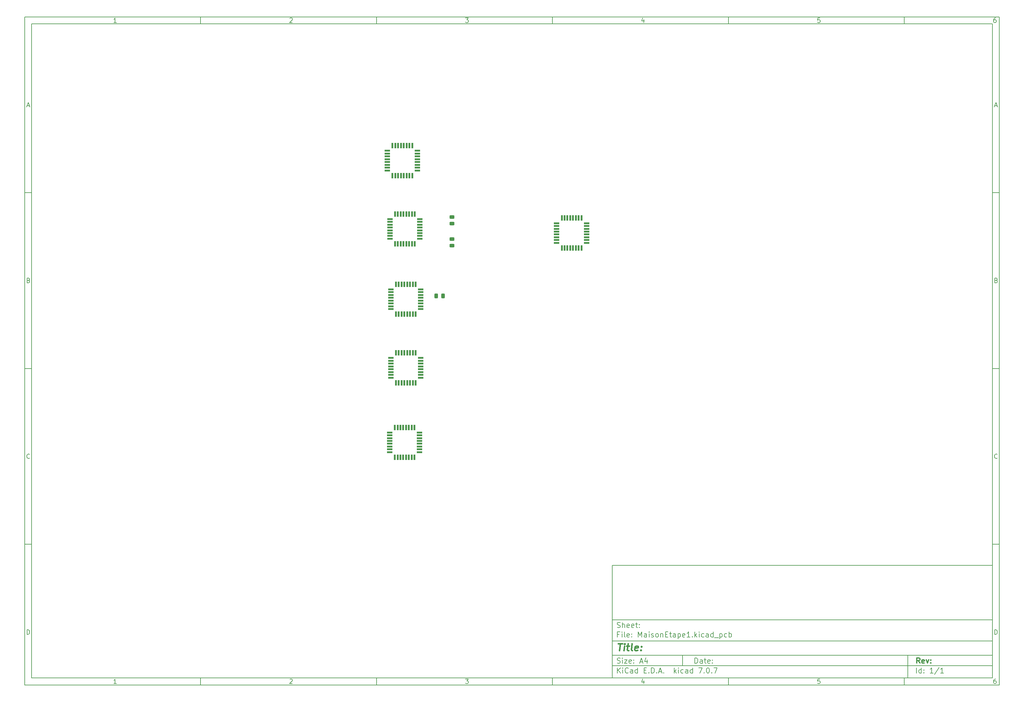
<source format=gtp>
%TF.GenerationSoftware,KiCad,Pcbnew,7.0.7*%
%TF.CreationDate,2023-11-05T18:49:28-05:00*%
%TF.ProjectId,MaisonEtape1,4d616973-6f6e-4457-9461-7065312e6b69,rev?*%
%TF.SameCoordinates,Original*%
%TF.FileFunction,Paste,Top*%
%TF.FilePolarity,Positive*%
%FSLAX46Y46*%
G04 Gerber Fmt 4.6, Leading zero omitted, Abs format (unit mm)*
G04 Created by KiCad (PCBNEW 7.0.7) date 2023-11-05 18:49:28*
%MOMM*%
%LPD*%
G01*
G04 APERTURE LIST*
G04 Aperture macros list*
%AMRoundRect*
0 Rectangle with rounded corners*
0 $1 Rounding radius*
0 $2 $3 $4 $5 $6 $7 $8 $9 X,Y pos of 4 corners*
0 Add a 4 corners polygon primitive as box body*
4,1,4,$2,$3,$4,$5,$6,$7,$8,$9,$2,$3,0*
0 Add four circle primitives for the rounded corners*
1,1,$1+$1,$2,$3*
1,1,$1+$1,$4,$5*
1,1,$1+$1,$6,$7*
1,1,$1+$1,$8,$9*
0 Add four rect primitives between the rounded corners*
20,1,$1+$1,$2,$3,$4,$5,0*
20,1,$1+$1,$4,$5,$6,$7,0*
20,1,$1+$1,$6,$7,$8,$9,0*
20,1,$1+$1,$8,$9,$2,$3,0*%
G04 Aperture macros list end*
%ADD10C,0.100000*%
%ADD11C,0.150000*%
%ADD12C,0.300000*%
%ADD13C,0.400000*%
%ADD14RoundRect,0.243750X-0.456250X0.243750X-0.456250X-0.243750X0.456250X-0.243750X0.456250X0.243750X0*%
%ADD15R,0.550000X1.600000*%
%ADD16R,1.600000X0.550000*%
%ADD17RoundRect,0.243750X-0.243750X-0.456250X0.243750X-0.456250X0.243750X0.456250X-0.243750X0.456250X0*%
G04 APERTURE END LIST*
D10*
D11*
X177002200Y-166007200D02*
X285002200Y-166007200D01*
X285002200Y-198007200D01*
X177002200Y-198007200D01*
X177002200Y-166007200D01*
D10*
D11*
X10000000Y-10000000D02*
X287002200Y-10000000D01*
X287002200Y-200007200D01*
X10000000Y-200007200D01*
X10000000Y-10000000D01*
D10*
D11*
X12000000Y-12000000D02*
X285002200Y-12000000D01*
X285002200Y-198007200D01*
X12000000Y-198007200D01*
X12000000Y-12000000D01*
D10*
D11*
X60000000Y-12000000D02*
X60000000Y-10000000D01*
D10*
D11*
X110000000Y-12000000D02*
X110000000Y-10000000D01*
D10*
D11*
X160000000Y-12000000D02*
X160000000Y-10000000D01*
D10*
D11*
X210000000Y-12000000D02*
X210000000Y-10000000D01*
D10*
D11*
X260000000Y-12000000D02*
X260000000Y-10000000D01*
D10*
D11*
X36089160Y-11593604D02*
X35346303Y-11593604D01*
X35717731Y-11593604D02*
X35717731Y-10293604D01*
X35717731Y-10293604D02*
X35593922Y-10479319D01*
X35593922Y-10479319D02*
X35470112Y-10603128D01*
X35470112Y-10603128D02*
X35346303Y-10665033D01*
D10*
D11*
X85346303Y-10417414D02*
X85408207Y-10355509D01*
X85408207Y-10355509D02*
X85532017Y-10293604D01*
X85532017Y-10293604D02*
X85841541Y-10293604D01*
X85841541Y-10293604D02*
X85965350Y-10355509D01*
X85965350Y-10355509D02*
X86027255Y-10417414D01*
X86027255Y-10417414D02*
X86089160Y-10541223D01*
X86089160Y-10541223D02*
X86089160Y-10665033D01*
X86089160Y-10665033D02*
X86027255Y-10850747D01*
X86027255Y-10850747D02*
X85284398Y-11593604D01*
X85284398Y-11593604D02*
X86089160Y-11593604D01*
D10*
D11*
X135284398Y-10293604D02*
X136089160Y-10293604D01*
X136089160Y-10293604D02*
X135655826Y-10788842D01*
X135655826Y-10788842D02*
X135841541Y-10788842D01*
X135841541Y-10788842D02*
X135965350Y-10850747D01*
X135965350Y-10850747D02*
X136027255Y-10912652D01*
X136027255Y-10912652D02*
X136089160Y-11036461D01*
X136089160Y-11036461D02*
X136089160Y-11345985D01*
X136089160Y-11345985D02*
X136027255Y-11469795D01*
X136027255Y-11469795D02*
X135965350Y-11531700D01*
X135965350Y-11531700D02*
X135841541Y-11593604D01*
X135841541Y-11593604D02*
X135470112Y-11593604D01*
X135470112Y-11593604D02*
X135346303Y-11531700D01*
X135346303Y-11531700D02*
X135284398Y-11469795D01*
D10*
D11*
X185965350Y-10726938D02*
X185965350Y-11593604D01*
X185655826Y-10231700D02*
X185346303Y-11160271D01*
X185346303Y-11160271D02*
X186151064Y-11160271D01*
D10*
D11*
X236027255Y-10293604D02*
X235408207Y-10293604D01*
X235408207Y-10293604D02*
X235346303Y-10912652D01*
X235346303Y-10912652D02*
X235408207Y-10850747D01*
X235408207Y-10850747D02*
X235532017Y-10788842D01*
X235532017Y-10788842D02*
X235841541Y-10788842D01*
X235841541Y-10788842D02*
X235965350Y-10850747D01*
X235965350Y-10850747D02*
X236027255Y-10912652D01*
X236027255Y-10912652D02*
X236089160Y-11036461D01*
X236089160Y-11036461D02*
X236089160Y-11345985D01*
X236089160Y-11345985D02*
X236027255Y-11469795D01*
X236027255Y-11469795D02*
X235965350Y-11531700D01*
X235965350Y-11531700D02*
X235841541Y-11593604D01*
X235841541Y-11593604D02*
X235532017Y-11593604D01*
X235532017Y-11593604D02*
X235408207Y-11531700D01*
X235408207Y-11531700D02*
X235346303Y-11469795D01*
D10*
D11*
X285965350Y-10293604D02*
X285717731Y-10293604D01*
X285717731Y-10293604D02*
X285593922Y-10355509D01*
X285593922Y-10355509D02*
X285532017Y-10417414D01*
X285532017Y-10417414D02*
X285408207Y-10603128D01*
X285408207Y-10603128D02*
X285346303Y-10850747D01*
X285346303Y-10850747D02*
X285346303Y-11345985D01*
X285346303Y-11345985D02*
X285408207Y-11469795D01*
X285408207Y-11469795D02*
X285470112Y-11531700D01*
X285470112Y-11531700D02*
X285593922Y-11593604D01*
X285593922Y-11593604D02*
X285841541Y-11593604D01*
X285841541Y-11593604D02*
X285965350Y-11531700D01*
X285965350Y-11531700D02*
X286027255Y-11469795D01*
X286027255Y-11469795D02*
X286089160Y-11345985D01*
X286089160Y-11345985D02*
X286089160Y-11036461D01*
X286089160Y-11036461D02*
X286027255Y-10912652D01*
X286027255Y-10912652D02*
X285965350Y-10850747D01*
X285965350Y-10850747D02*
X285841541Y-10788842D01*
X285841541Y-10788842D02*
X285593922Y-10788842D01*
X285593922Y-10788842D02*
X285470112Y-10850747D01*
X285470112Y-10850747D02*
X285408207Y-10912652D01*
X285408207Y-10912652D02*
X285346303Y-11036461D01*
D10*
D11*
X60000000Y-198007200D02*
X60000000Y-200007200D01*
D10*
D11*
X110000000Y-198007200D02*
X110000000Y-200007200D01*
D10*
D11*
X160000000Y-198007200D02*
X160000000Y-200007200D01*
D10*
D11*
X210000000Y-198007200D02*
X210000000Y-200007200D01*
D10*
D11*
X260000000Y-198007200D02*
X260000000Y-200007200D01*
D10*
D11*
X36089160Y-199600804D02*
X35346303Y-199600804D01*
X35717731Y-199600804D02*
X35717731Y-198300804D01*
X35717731Y-198300804D02*
X35593922Y-198486519D01*
X35593922Y-198486519D02*
X35470112Y-198610328D01*
X35470112Y-198610328D02*
X35346303Y-198672233D01*
D10*
D11*
X85346303Y-198424614D02*
X85408207Y-198362709D01*
X85408207Y-198362709D02*
X85532017Y-198300804D01*
X85532017Y-198300804D02*
X85841541Y-198300804D01*
X85841541Y-198300804D02*
X85965350Y-198362709D01*
X85965350Y-198362709D02*
X86027255Y-198424614D01*
X86027255Y-198424614D02*
X86089160Y-198548423D01*
X86089160Y-198548423D02*
X86089160Y-198672233D01*
X86089160Y-198672233D02*
X86027255Y-198857947D01*
X86027255Y-198857947D02*
X85284398Y-199600804D01*
X85284398Y-199600804D02*
X86089160Y-199600804D01*
D10*
D11*
X135284398Y-198300804D02*
X136089160Y-198300804D01*
X136089160Y-198300804D02*
X135655826Y-198796042D01*
X135655826Y-198796042D02*
X135841541Y-198796042D01*
X135841541Y-198796042D02*
X135965350Y-198857947D01*
X135965350Y-198857947D02*
X136027255Y-198919852D01*
X136027255Y-198919852D02*
X136089160Y-199043661D01*
X136089160Y-199043661D02*
X136089160Y-199353185D01*
X136089160Y-199353185D02*
X136027255Y-199476995D01*
X136027255Y-199476995D02*
X135965350Y-199538900D01*
X135965350Y-199538900D02*
X135841541Y-199600804D01*
X135841541Y-199600804D02*
X135470112Y-199600804D01*
X135470112Y-199600804D02*
X135346303Y-199538900D01*
X135346303Y-199538900D02*
X135284398Y-199476995D01*
D10*
D11*
X185965350Y-198734138D02*
X185965350Y-199600804D01*
X185655826Y-198238900D02*
X185346303Y-199167471D01*
X185346303Y-199167471D02*
X186151064Y-199167471D01*
D10*
D11*
X236027255Y-198300804D02*
X235408207Y-198300804D01*
X235408207Y-198300804D02*
X235346303Y-198919852D01*
X235346303Y-198919852D02*
X235408207Y-198857947D01*
X235408207Y-198857947D02*
X235532017Y-198796042D01*
X235532017Y-198796042D02*
X235841541Y-198796042D01*
X235841541Y-198796042D02*
X235965350Y-198857947D01*
X235965350Y-198857947D02*
X236027255Y-198919852D01*
X236027255Y-198919852D02*
X236089160Y-199043661D01*
X236089160Y-199043661D02*
X236089160Y-199353185D01*
X236089160Y-199353185D02*
X236027255Y-199476995D01*
X236027255Y-199476995D02*
X235965350Y-199538900D01*
X235965350Y-199538900D02*
X235841541Y-199600804D01*
X235841541Y-199600804D02*
X235532017Y-199600804D01*
X235532017Y-199600804D02*
X235408207Y-199538900D01*
X235408207Y-199538900D02*
X235346303Y-199476995D01*
D10*
D11*
X285965350Y-198300804D02*
X285717731Y-198300804D01*
X285717731Y-198300804D02*
X285593922Y-198362709D01*
X285593922Y-198362709D02*
X285532017Y-198424614D01*
X285532017Y-198424614D02*
X285408207Y-198610328D01*
X285408207Y-198610328D02*
X285346303Y-198857947D01*
X285346303Y-198857947D02*
X285346303Y-199353185D01*
X285346303Y-199353185D02*
X285408207Y-199476995D01*
X285408207Y-199476995D02*
X285470112Y-199538900D01*
X285470112Y-199538900D02*
X285593922Y-199600804D01*
X285593922Y-199600804D02*
X285841541Y-199600804D01*
X285841541Y-199600804D02*
X285965350Y-199538900D01*
X285965350Y-199538900D02*
X286027255Y-199476995D01*
X286027255Y-199476995D02*
X286089160Y-199353185D01*
X286089160Y-199353185D02*
X286089160Y-199043661D01*
X286089160Y-199043661D02*
X286027255Y-198919852D01*
X286027255Y-198919852D02*
X285965350Y-198857947D01*
X285965350Y-198857947D02*
X285841541Y-198796042D01*
X285841541Y-198796042D02*
X285593922Y-198796042D01*
X285593922Y-198796042D02*
X285470112Y-198857947D01*
X285470112Y-198857947D02*
X285408207Y-198919852D01*
X285408207Y-198919852D02*
X285346303Y-199043661D01*
D10*
D11*
X10000000Y-60000000D02*
X12000000Y-60000000D01*
D10*
D11*
X10000000Y-110000000D02*
X12000000Y-110000000D01*
D10*
D11*
X10000000Y-160000000D02*
X12000000Y-160000000D01*
D10*
D11*
X10690476Y-35222176D02*
X11309523Y-35222176D01*
X10566666Y-35593604D02*
X10999999Y-34293604D01*
X10999999Y-34293604D02*
X11433333Y-35593604D01*
D10*
D11*
X11092857Y-84912652D02*
X11278571Y-84974557D01*
X11278571Y-84974557D02*
X11340476Y-85036461D01*
X11340476Y-85036461D02*
X11402380Y-85160271D01*
X11402380Y-85160271D02*
X11402380Y-85345985D01*
X11402380Y-85345985D02*
X11340476Y-85469795D01*
X11340476Y-85469795D02*
X11278571Y-85531700D01*
X11278571Y-85531700D02*
X11154761Y-85593604D01*
X11154761Y-85593604D02*
X10659523Y-85593604D01*
X10659523Y-85593604D02*
X10659523Y-84293604D01*
X10659523Y-84293604D02*
X11092857Y-84293604D01*
X11092857Y-84293604D02*
X11216666Y-84355509D01*
X11216666Y-84355509D02*
X11278571Y-84417414D01*
X11278571Y-84417414D02*
X11340476Y-84541223D01*
X11340476Y-84541223D02*
X11340476Y-84665033D01*
X11340476Y-84665033D02*
X11278571Y-84788842D01*
X11278571Y-84788842D02*
X11216666Y-84850747D01*
X11216666Y-84850747D02*
X11092857Y-84912652D01*
X11092857Y-84912652D02*
X10659523Y-84912652D01*
D10*
D11*
X11402380Y-135469795D02*
X11340476Y-135531700D01*
X11340476Y-135531700D02*
X11154761Y-135593604D01*
X11154761Y-135593604D02*
X11030952Y-135593604D01*
X11030952Y-135593604D02*
X10845238Y-135531700D01*
X10845238Y-135531700D02*
X10721428Y-135407890D01*
X10721428Y-135407890D02*
X10659523Y-135284080D01*
X10659523Y-135284080D02*
X10597619Y-135036461D01*
X10597619Y-135036461D02*
X10597619Y-134850747D01*
X10597619Y-134850747D02*
X10659523Y-134603128D01*
X10659523Y-134603128D02*
X10721428Y-134479319D01*
X10721428Y-134479319D02*
X10845238Y-134355509D01*
X10845238Y-134355509D02*
X11030952Y-134293604D01*
X11030952Y-134293604D02*
X11154761Y-134293604D01*
X11154761Y-134293604D02*
X11340476Y-134355509D01*
X11340476Y-134355509D02*
X11402380Y-134417414D01*
D10*
D11*
X10659523Y-185593604D02*
X10659523Y-184293604D01*
X10659523Y-184293604D02*
X10969047Y-184293604D01*
X10969047Y-184293604D02*
X11154761Y-184355509D01*
X11154761Y-184355509D02*
X11278571Y-184479319D01*
X11278571Y-184479319D02*
X11340476Y-184603128D01*
X11340476Y-184603128D02*
X11402380Y-184850747D01*
X11402380Y-184850747D02*
X11402380Y-185036461D01*
X11402380Y-185036461D02*
X11340476Y-185284080D01*
X11340476Y-185284080D02*
X11278571Y-185407890D01*
X11278571Y-185407890D02*
X11154761Y-185531700D01*
X11154761Y-185531700D02*
X10969047Y-185593604D01*
X10969047Y-185593604D02*
X10659523Y-185593604D01*
D10*
D11*
X287002200Y-60000000D02*
X285002200Y-60000000D01*
D10*
D11*
X287002200Y-110000000D02*
X285002200Y-110000000D01*
D10*
D11*
X287002200Y-160000000D02*
X285002200Y-160000000D01*
D10*
D11*
X285692676Y-35222176D02*
X286311723Y-35222176D01*
X285568866Y-35593604D02*
X286002199Y-34293604D01*
X286002199Y-34293604D02*
X286435533Y-35593604D01*
D10*
D11*
X286095057Y-84912652D02*
X286280771Y-84974557D01*
X286280771Y-84974557D02*
X286342676Y-85036461D01*
X286342676Y-85036461D02*
X286404580Y-85160271D01*
X286404580Y-85160271D02*
X286404580Y-85345985D01*
X286404580Y-85345985D02*
X286342676Y-85469795D01*
X286342676Y-85469795D02*
X286280771Y-85531700D01*
X286280771Y-85531700D02*
X286156961Y-85593604D01*
X286156961Y-85593604D02*
X285661723Y-85593604D01*
X285661723Y-85593604D02*
X285661723Y-84293604D01*
X285661723Y-84293604D02*
X286095057Y-84293604D01*
X286095057Y-84293604D02*
X286218866Y-84355509D01*
X286218866Y-84355509D02*
X286280771Y-84417414D01*
X286280771Y-84417414D02*
X286342676Y-84541223D01*
X286342676Y-84541223D02*
X286342676Y-84665033D01*
X286342676Y-84665033D02*
X286280771Y-84788842D01*
X286280771Y-84788842D02*
X286218866Y-84850747D01*
X286218866Y-84850747D02*
X286095057Y-84912652D01*
X286095057Y-84912652D02*
X285661723Y-84912652D01*
D10*
D11*
X286404580Y-135469795D02*
X286342676Y-135531700D01*
X286342676Y-135531700D02*
X286156961Y-135593604D01*
X286156961Y-135593604D02*
X286033152Y-135593604D01*
X286033152Y-135593604D02*
X285847438Y-135531700D01*
X285847438Y-135531700D02*
X285723628Y-135407890D01*
X285723628Y-135407890D02*
X285661723Y-135284080D01*
X285661723Y-135284080D02*
X285599819Y-135036461D01*
X285599819Y-135036461D02*
X285599819Y-134850747D01*
X285599819Y-134850747D02*
X285661723Y-134603128D01*
X285661723Y-134603128D02*
X285723628Y-134479319D01*
X285723628Y-134479319D02*
X285847438Y-134355509D01*
X285847438Y-134355509D02*
X286033152Y-134293604D01*
X286033152Y-134293604D02*
X286156961Y-134293604D01*
X286156961Y-134293604D02*
X286342676Y-134355509D01*
X286342676Y-134355509D02*
X286404580Y-134417414D01*
D10*
D11*
X285661723Y-185593604D02*
X285661723Y-184293604D01*
X285661723Y-184293604D02*
X285971247Y-184293604D01*
X285971247Y-184293604D02*
X286156961Y-184355509D01*
X286156961Y-184355509D02*
X286280771Y-184479319D01*
X286280771Y-184479319D02*
X286342676Y-184603128D01*
X286342676Y-184603128D02*
X286404580Y-184850747D01*
X286404580Y-184850747D02*
X286404580Y-185036461D01*
X286404580Y-185036461D02*
X286342676Y-185284080D01*
X286342676Y-185284080D02*
X286280771Y-185407890D01*
X286280771Y-185407890D02*
X286156961Y-185531700D01*
X286156961Y-185531700D02*
X285971247Y-185593604D01*
X285971247Y-185593604D02*
X285661723Y-185593604D01*
D10*
D11*
X200458026Y-193793328D02*
X200458026Y-192293328D01*
X200458026Y-192293328D02*
X200815169Y-192293328D01*
X200815169Y-192293328D02*
X201029455Y-192364757D01*
X201029455Y-192364757D02*
X201172312Y-192507614D01*
X201172312Y-192507614D02*
X201243741Y-192650471D01*
X201243741Y-192650471D02*
X201315169Y-192936185D01*
X201315169Y-192936185D02*
X201315169Y-193150471D01*
X201315169Y-193150471D02*
X201243741Y-193436185D01*
X201243741Y-193436185D02*
X201172312Y-193579042D01*
X201172312Y-193579042D02*
X201029455Y-193721900D01*
X201029455Y-193721900D02*
X200815169Y-193793328D01*
X200815169Y-193793328D02*
X200458026Y-193793328D01*
X202600884Y-193793328D02*
X202600884Y-193007614D01*
X202600884Y-193007614D02*
X202529455Y-192864757D01*
X202529455Y-192864757D02*
X202386598Y-192793328D01*
X202386598Y-192793328D02*
X202100884Y-192793328D01*
X202100884Y-192793328D02*
X201958026Y-192864757D01*
X202600884Y-193721900D02*
X202458026Y-193793328D01*
X202458026Y-193793328D02*
X202100884Y-193793328D01*
X202100884Y-193793328D02*
X201958026Y-193721900D01*
X201958026Y-193721900D02*
X201886598Y-193579042D01*
X201886598Y-193579042D02*
X201886598Y-193436185D01*
X201886598Y-193436185D02*
X201958026Y-193293328D01*
X201958026Y-193293328D02*
X202100884Y-193221900D01*
X202100884Y-193221900D02*
X202458026Y-193221900D01*
X202458026Y-193221900D02*
X202600884Y-193150471D01*
X203100884Y-192793328D02*
X203672312Y-192793328D01*
X203315169Y-192293328D02*
X203315169Y-193579042D01*
X203315169Y-193579042D02*
X203386598Y-193721900D01*
X203386598Y-193721900D02*
X203529455Y-193793328D01*
X203529455Y-193793328D02*
X203672312Y-193793328D01*
X204743741Y-193721900D02*
X204600884Y-193793328D01*
X204600884Y-193793328D02*
X204315170Y-193793328D01*
X204315170Y-193793328D02*
X204172312Y-193721900D01*
X204172312Y-193721900D02*
X204100884Y-193579042D01*
X204100884Y-193579042D02*
X204100884Y-193007614D01*
X204100884Y-193007614D02*
X204172312Y-192864757D01*
X204172312Y-192864757D02*
X204315170Y-192793328D01*
X204315170Y-192793328D02*
X204600884Y-192793328D01*
X204600884Y-192793328D02*
X204743741Y-192864757D01*
X204743741Y-192864757D02*
X204815170Y-193007614D01*
X204815170Y-193007614D02*
X204815170Y-193150471D01*
X204815170Y-193150471D02*
X204100884Y-193293328D01*
X205458026Y-193650471D02*
X205529455Y-193721900D01*
X205529455Y-193721900D02*
X205458026Y-193793328D01*
X205458026Y-193793328D02*
X205386598Y-193721900D01*
X205386598Y-193721900D02*
X205458026Y-193650471D01*
X205458026Y-193650471D02*
X205458026Y-193793328D01*
X205458026Y-192864757D02*
X205529455Y-192936185D01*
X205529455Y-192936185D02*
X205458026Y-193007614D01*
X205458026Y-193007614D02*
X205386598Y-192936185D01*
X205386598Y-192936185D02*
X205458026Y-192864757D01*
X205458026Y-192864757D02*
X205458026Y-193007614D01*
D10*
D11*
X177002200Y-194507200D02*
X285002200Y-194507200D01*
D10*
D11*
X178458026Y-196593328D02*
X178458026Y-195093328D01*
X179315169Y-196593328D02*
X178672312Y-195736185D01*
X179315169Y-195093328D02*
X178458026Y-195950471D01*
X179958026Y-196593328D02*
X179958026Y-195593328D01*
X179958026Y-195093328D02*
X179886598Y-195164757D01*
X179886598Y-195164757D02*
X179958026Y-195236185D01*
X179958026Y-195236185D02*
X180029455Y-195164757D01*
X180029455Y-195164757D02*
X179958026Y-195093328D01*
X179958026Y-195093328D02*
X179958026Y-195236185D01*
X181529455Y-196450471D02*
X181458027Y-196521900D01*
X181458027Y-196521900D02*
X181243741Y-196593328D01*
X181243741Y-196593328D02*
X181100884Y-196593328D01*
X181100884Y-196593328D02*
X180886598Y-196521900D01*
X180886598Y-196521900D02*
X180743741Y-196379042D01*
X180743741Y-196379042D02*
X180672312Y-196236185D01*
X180672312Y-196236185D02*
X180600884Y-195950471D01*
X180600884Y-195950471D02*
X180600884Y-195736185D01*
X180600884Y-195736185D02*
X180672312Y-195450471D01*
X180672312Y-195450471D02*
X180743741Y-195307614D01*
X180743741Y-195307614D02*
X180886598Y-195164757D01*
X180886598Y-195164757D02*
X181100884Y-195093328D01*
X181100884Y-195093328D02*
X181243741Y-195093328D01*
X181243741Y-195093328D02*
X181458027Y-195164757D01*
X181458027Y-195164757D02*
X181529455Y-195236185D01*
X182815170Y-196593328D02*
X182815170Y-195807614D01*
X182815170Y-195807614D02*
X182743741Y-195664757D01*
X182743741Y-195664757D02*
X182600884Y-195593328D01*
X182600884Y-195593328D02*
X182315170Y-195593328D01*
X182315170Y-195593328D02*
X182172312Y-195664757D01*
X182815170Y-196521900D02*
X182672312Y-196593328D01*
X182672312Y-196593328D02*
X182315170Y-196593328D01*
X182315170Y-196593328D02*
X182172312Y-196521900D01*
X182172312Y-196521900D02*
X182100884Y-196379042D01*
X182100884Y-196379042D02*
X182100884Y-196236185D01*
X182100884Y-196236185D02*
X182172312Y-196093328D01*
X182172312Y-196093328D02*
X182315170Y-196021900D01*
X182315170Y-196021900D02*
X182672312Y-196021900D01*
X182672312Y-196021900D02*
X182815170Y-195950471D01*
X184172313Y-196593328D02*
X184172313Y-195093328D01*
X184172313Y-196521900D02*
X184029455Y-196593328D01*
X184029455Y-196593328D02*
X183743741Y-196593328D01*
X183743741Y-196593328D02*
X183600884Y-196521900D01*
X183600884Y-196521900D02*
X183529455Y-196450471D01*
X183529455Y-196450471D02*
X183458027Y-196307614D01*
X183458027Y-196307614D02*
X183458027Y-195879042D01*
X183458027Y-195879042D02*
X183529455Y-195736185D01*
X183529455Y-195736185D02*
X183600884Y-195664757D01*
X183600884Y-195664757D02*
X183743741Y-195593328D01*
X183743741Y-195593328D02*
X184029455Y-195593328D01*
X184029455Y-195593328D02*
X184172313Y-195664757D01*
X186029455Y-195807614D02*
X186529455Y-195807614D01*
X186743741Y-196593328D02*
X186029455Y-196593328D01*
X186029455Y-196593328D02*
X186029455Y-195093328D01*
X186029455Y-195093328D02*
X186743741Y-195093328D01*
X187386598Y-196450471D02*
X187458027Y-196521900D01*
X187458027Y-196521900D02*
X187386598Y-196593328D01*
X187386598Y-196593328D02*
X187315170Y-196521900D01*
X187315170Y-196521900D02*
X187386598Y-196450471D01*
X187386598Y-196450471D02*
X187386598Y-196593328D01*
X188100884Y-196593328D02*
X188100884Y-195093328D01*
X188100884Y-195093328D02*
X188458027Y-195093328D01*
X188458027Y-195093328D02*
X188672313Y-195164757D01*
X188672313Y-195164757D02*
X188815170Y-195307614D01*
X188815170Y-195307614D02*
X188886599Y-195450471D01*
X188886599Y-195450471D02*
X188958027Y-195736185D01*
X188958027Y-195736185D02*
X188958027Y-195950471D01*
X188958027Y-195950471D02*
X188886599Y-196236185D01*
X188886599Y-196236185D02*
X188815170Y-196379042D01*
X188815170Y-196379042D02*
X188672313Y-196521900D01*
X188672313Y-196521900D02*
X188458027Y-196593328D01*
X188458027Y-196593328D02*
X188100884Y-196593328D01*
X189600884Y-196450471D02*
X189672313Y-196521900D01*
X189672313Y-196521900D02*
X189600884Y-196593328D01*
X189600884Y-196593328D02*
X189529456Y-196521900D01*
X189529456Y-196521900D02*
X189600884Y-196450471D01*
X189600884Y-196450471D02*
X189600884Y-196593328D01*
X190243742Y-196164757D02*
X190958028Y-196164757D01*
X190100885Y-196593328D02*
X190600885Y-195093328D01*
X190600885Y-195093328D02*
X191100885Y-196593328D01*
X191600884Y-196450471D02*
X191672313Y-196521900D01*
X191672313Y-196521900D02*
X191600884Y-196593328D01*
X191600884Y-196593328D02*
X191529456Y-196521900D01*
X191529456Y-196521900D02*
X191600884Y-196450471D01*
X191600884Y-196450471D02*
X191600884Y-196593328D01*
X194600884Y-196593328D02*
X194600884Y-195093328D01*
X194743742Y-196021900D02*
X195172313Y-196593328D01*
X195172313Y-195593328D02*
X194600884Y-196164757D01*
X195815170Y-196593328D02*
X195815170Y-195593328D01*
X195815170Y-195093328D02*
X195743742Y-195164757D01*
X195743742Y-195164757D02*
X195815170Y-195236185D01*
X195815170Y-195236185D02*
X195886599Y-195164757D01*
X195886599Y-195164757D02*
X195815170Y-195093328D01*
X195815170Y-195093328D02*
X195815170Y-195236185D01*
X197172314Y-196521900D02*
X197029456Y-196593328D01*
X197029456Y-196593328D02*
X196743742Y-196593328D01*
X196743742Y-196593328D02*
X196600885Y-196521900D01*
X196600885Y-196521900D02*
X196529456Y-196450471D01*
X196529456Y-196450471D02*
X196458028Y-196307614D01*
X196458028Y-196307614D02*
X196458028Y-195879042D01*
X196458028Y-195879042D02*
X196529456Y-195736185D01*
X196529456Y-195736185D02*
X196600885Y-195664757D01*
X196600885Y-195664757D02*
X196743742Y-195593328D01*
X196743742Y-195593328D02*
X197029456Y-195593328D01*
X197029456Y-195593328D02*
X197172314Y-195664757D01*
X198458028Y-196593328D02*
X198458028Y-195807614D01*
X198458028Y-195807614D02*
X198386599Y-195664757D01*
X198386599Y-195664757D02*
X198243742Y-195593328D01*
X198243742Y-195593328D02*
X197958028Y-195593328D01*
X197958028Y-195593328D02*
X197815170Y-195664757D01*
X198458028Y-196521900D02*
X198315170Y-196593328D01*
X198315170Y-196593328D02*
X197958028Y-196593328D01*
X197958028Y-196593328D02*
X197815170Y-196521900D01*
X197815170Y-196521900D02*
X197743742Y-196379042D01*
X197743742Y-196379042D02*
X197743742Y-196236185D01*
X197743742Y-196236185D02*
X197815170Y-196093328D01*
X197815170Y-196093328D02*
X197958028Y-196021900D01*
X197958028Y-196021900D02*
X198315170Y-196021900D01*
X198315170Y-196021900D02*
X198458028Y-195950471D01*
X199815171Y-196593328D02*
X199815171Y-195093328D01*
X199815171Y-196521900D02*
X199672313Y-196593328D01*
X199672313Y-196593328D02*
X199386599Y-196593328D01*
X199386599Y-196593328D02*
X199243742Y-196521900D01*
X199243742Y-196521900D02*
X199172313Y-196450471D01*
X199172313Y-196450471D02*
X199100885Y-196307614D01*
X199100885Y-196307614D02*
X199100885Y-195879042D01*
X199100885Y-195879042D02*
X199172313Y-195736185D01*
X199172313Y-195736185D02*
X199243742Y-195664757D01*
X199243742Y-195664757D02*
X199386599Y-195593328D01*
X199386599Y-195593328D02*
X199672313Y-195593328D01*
X199672313Y-195593328D02*
X199815171Y-195664757D01*
X201529456Y-195093328D02*
X202529456Y-195093328D01*
X202529456Y-195093328D02*
X201886599Y-196593328D01*
X203100884Y-196450471D02*
X203172313Y-196521900D01*
X203172313Y-196521900D02*
X203100884Y-196593328D01*
X203100884Y-196593328D02*
X203029456Y-196521900D01*
X203029456Y-196521900D02*
X203100884Y-196450471D01*
X203100884Y-196450471D02*
X203100884Y-196593328D01*
X204100885Y-195093328D02*
X204243742Y-195093328D01*
X204243742Y-195093328D02*
X204386599Y-195164757D01*
X204386599Y-195164757D02*
X204458028Y-195236185D01*
X204458028Y-195236185D02*
X204529456Y-195379042D01*
X204529456Y-195379042D02*
X204600885Y-195664757D01*
X204600885Y-195664757D02*
X204600885Y-196021900D01*
X204600885Y-196021900D02*
X204529456Y-196307614D01*
X204529456Y-196307614D02*
X204458028Y-196450471D01*
X204458028Y-196450471D02*
X204386599Y-196521900D01*
X204386599Y-196521900D02*
X204243742Y-196593328D01*
X204243742Y-196593328D02*
X204100885Y-196593328D01*
X204100885Y-196593328D02*
X203958028Y-196521900D01*
X203958028Y-196521900D02*
X203886599Y-196450471D01*
X203886599Y-196450471D02*
X203815170Y-196307614D01*
X203815170Y-196307614D02*
X203743742Y-196021900D01*
X203743742Y-196021900D02*
X203743742Y-195664757D01*
X203743742Y-195664757D02*
X203815170Y-195379042D01*
X203815170Y-195379042D02*
X203886599Y-195236185D01*
X203886599Y-195236185D02*
X203958028Y-195164757D01*
X203958028Y-195164757D02*
X204100885Y-195093328D01*
X205243741Y-196450471D02*
X205315170Y-196521900D01*
X205315170Y-196521900D02*
X205243741Y-196593328D01*
X205243741Y-196593328D02*
X205172313Y-196521900D01*
X205172313Y-196521900D02*
X205243741Y-196450471D01*
X205243741Y-196450471D02*
X205243741Y-196593328D01*
X205815170Y-195093328D02*
X206815170Y-195093328D01*
X206815170Y-195093328D02*
X206172313Y-196593328D01*
D10*
D11*
X177002200Y-191507200D02*
X285002200Y-191507200D01*
D10*
D12*
X264413853Y-193785528D02*
X263913853Y-193071242D01*
X263556710Y-193785528D02*
X263556710Y-192285528D01*
X263556710Y-192285528D02*
X264128139Y-192285528D01*
X264128139Y-192285528D02*
X264270996Y-192356957D01*
X264270996Y-192356957D02*
X264342425Y-192428385D01*
X264342425Y-192428385D02*
X264413853Y-192571242D01*
X264413853Y-192571242D02*
X264413853Y-192785528D01*
X264413853Y-192785528D02*
X264342425Y-192928385D01*
X264342425Y-192928385D02*
X264270996Y-192999814D01*
X264270996Y-192999814D02*
X264128139Y-193071242D01*
X264128139Y-193071242D02*
X263556710Y-193071242D01*
X265628139Y-193714100D02*
X265485282Y-193785528D01*
X265485282Y-193785528D02*
X265199568Y-193785528D01*
X265199568Y-193785528D02*
X265056710Y-193714100D01*
X265056710Y-193714100D02*
X264985282Y-193571242D01*
X264985282Y-193571242D02*
X264985282Y-192999814D01*
X264985282Y-192999814D02*
X265056710Y-192856957D01*
X265056710Y-192856957D02*
X265199568Y-192785528D01*
X265199568Y-192785528D02*
X265485282Y-192785528D01*
X265485282Y-192785528D02*
X265628139Y-192856957D01*
X265628139Y-192856957D02*
X265699568Y-192999814D01*
X265699568Y-192999814D02*
X265699568Y-193142671D01*
X265699568Y-193142671D02*
X264985282Y-193285528D01*
X266199567Y-192785528D02*
X266556710Y-193785528D01*
X266556710Y-193785528D02*
X266913853Y-192785528D01*
X267485281Y-193642671D02*
X267556710Y-193714100D01*
X267556710Y-193714100D02*
X267485281Y-193785528D01*
X267485281Y-193785528D02*
X267413853Y-193714100D01*
X267413853Y-193714100D02*
X267485281Y-193642671D01*
X267485281Y-193642671D02*
X267485281Y-193785528D01*
X267485281Y-192856957D02*
X267556710Y-192928385D01*
X267556710Y-192928385D02*
X267485281Y-192999814D01*
X267485281Y-192999814D02*
X267413853Y-192928385D01*
X267413853Y-192928385D02*
X267485281Y-192856957D01*
X267485281Y-192856957D02*
X267485281Y-192999814D01*
D10*
D11*
X178386598Y-193721900D02*
X178600884Y-193793328D01*
X178600884Y-193793328D02*
X178958026Y-193793328D01*
X178958026Y-193793328D02*
X179100884Y-193721900D01*
X179100884Y-193721900D02*
X179172312Y-193650471D01*
X179172312Y-193650471D02*
X179243741Y-193507614D01*
X179243741Y-193507614D02*
X179243741Y-193364757D01*
X179243741Y-193364757D02*
X179172312Y-193221900D01*
X179172312Y-193221900D02*
X179100884Y-193150471D01*
X179100884Y-193150471D02*
X178958026Y-193079042D01*
X178958026Y-193079042D02*
X178672312Y-193007614D01*
X178672312Y-193007614D02*
X178529455Y-192936185D01*
X178529455Y-192936185D02*
X178458026Y-192864757D01*
X178458026Y-192864757D02*
X178386598Y-192721900D01*
X178386598Y-192721900D02*
X178386598Y-192579042D01*
X178386598Y-192579042D02*
X178458026Y-192436185D01*
X178458026Y-192436185D02*
X178529455Y-192364757D01*
X178529455Y-192364757D02*
X178672312Y-192293328D01*
X178672312Y-192293328D02*
X179029455Y-192293328D01*
X179029455Y-192293328D02*
X179243741Y-192364757D01*
X179886597Y-193793328D02*
X179886597Y-192793328D01*
X179886597Y-192293328D02*
X179815169Y-192364757D01*
X179815169Y-192364757D02*
X179886597Y-192436185D01*
X179886597Y-192436185D02*
X179958026Y-192364757D01*
X179958026Y-192364757D02*
X179886597Y-192293328D01*
X179886597Y-192293328D02*
X179886597Y-192436185D01*
X180458026Y-192793328D02*
X181243741Y-192793328D01*
X181243741Y-192793328D02*
X180458026Y-193793328D01*
X180458026Y-193793328D02*
X181243741Y-193793328D01*
X182386598Y-193721900D02*
X182243741Y-193793328D01*
X182243741Y-193793328D02*
X181958027Y-193793328D01*
X181958027Y-193793328D02*
X181815169Y-193721900D01*
X181815169Y-193721900D02*
X181743741Y-193579042D01*
X181743741Y-193579042D02*
X181743741Y-193007614D01*
X181743741Y-193007614D02*
X181815169Y-192864757D01*
X181815169Y-192864757D02*
X181958027Y-192793328D01*
X181958027Y-192793328D02*
X182243741Y-192793328D01*
X182243741Y-192793328D02*
X182386598Y-192864757D01*
X182386598Y-192864757D02*
X182458027Y-193007614D01*
X182458027Y-193007614D02*
X182458027Y-193150471D01*
X182458027Y-193150471D02*
X181743741Y-193293328D01*
X183100883Y-193650471D02*
X183172312Y-193721900D01*
X183172312Y-193721900D02*
X183100883Y-193793328D01*
X183100883Y-193793328D02*
X183029455Y-193721900D01*
X183029455Y-193721900D02*
X183100883Y-193650471D01*
X183100883Y-193650471D02*
X183100883Y-193793328D01*
X183100883Y-192864757D02*
X183172312Y-192936185D01*
X183172312Y-192936185D02*
X183100883Y-193007614D01*
X183100883Y-193007614D02*
X183029455Y-192936185D01*
X183029455Y-192936185D02*
X183100883Y-192864757D01*
X183100883Y-192864757D02*
X183100883Y-193007614D01*
X184886598Y-193364757D02*
X185600884Y-193364757D01*
X184743741Y-193793328D02*
X185243741Y-192293328D01*
X185243741Y-192293328D02*
X185743741Y-193793328D01*
X186886598Y-192793328D02*
X186886598Y-193793328D01*
X186529455Y-192221900D02*
X186172312Y-193293328D01*
X186172312Y-193293328D02*
X187100883Y-193293328D01*
D10*
D11*
X263458026Y-196593328D02*
X263458026Y-195093328D01*
X264815170Y-196593328D02*
X264815170Y-195093328D01*
X264815170Y-196521900D02*
X264672312Y-196593328D01*
X264672312Y-196593328D02*
X264386598Y-196593328D01*
X264386598Y-196593328D02*
X264243741Y-196521900D01*
X264243741Y-196521900D02*
X264172312Y-196450471D01*
X264172312Y-196450471D02*
X264100884Y-196307614D01*
X264100884Y-196307614D02*
X264100884Y-195879042D01*
X264100884Y-195879042D02*
X264172312Y-195736185D01*
X264172312Y-195736185D02*
X264243741Y-195664757D01*
X264243741Y-195664757D02*
X264386598Y-195593328D01*
X264386598Y-195593328D02*
X264672312Y-195593328D01*
X264672312Y-195593328D02*
X264815170Y-195664757D01*
X265529455Y-196450471D02*
X265600884Y-196521900D01*
X265600884Y-196521900D02*
X265529455Y-196593328D01*
X265529455Y-196593328D02*
X265458027Y-196521900D01*
X265458027Y-196521900D02*
X265529455Y-196450471D01*
X265529455Y-196450471D02*
X265529455Y-196593328D01*
X265529455Y-195664757D02*
X265600884Y-195736185D01*
X265600884Y-195736185D02*
X265529455Y-195807614D01*
X265529455Y-195807614D02*
X265458027Y-195736185D01*
X265458027Y-195736185D02*
X265529455Y-195664757D01*
X265529455Y-195664757D02*
X265529455Y-195807614D01*
X268172313Y-196593328D02*
X267315170Y-196593328D01*
X267743741Y-196593328D02*
X267743741Y-195093328D01*
X267743741Y-195093328D02*
X267600884Y-195307614D01*
X267600884Y-195307614D02*
X267458027Y-195450471D01*
X267458027Y-195450471D02*
X267315170Y-195521900D01*
X269886598Y-195021900D02*
X268600884Y-196950471D01*
X271172313Y-196593328D02*
X270315170Y-196593328D01*
X270743741Y-196593328D02*
X270743741Y-195093328D01*
X270743741Y-195093328D02*
X270600884Y-195307614D01*
X270600884Y-195307614D02*
X270458027Y-195450471D01*
X270458027Y-195450471D02*
X270315170Y-195521900D01*
D10*
D11*
X177002200Y-187507200D02*
X285002200Y-187507200D01*
D10*
D13*
X178693928Y-188211638D02*
X179836785Y-188211638D01*
X179015357Y-190211638D02*
X179265357Y-188211638D01*
X180253452Y-190211638D02*
X180420119Y-188878304D01*
X180503452Y-188211638D02*
X180396309Y-188306876D01*
X180396309Y-188306876D02*
X180479643Y-188402114D01*
X180479643Y-188402114D02*
X180586786Y-188306876D01*
X180586786Y-188306876D02*
X180503452Y-188211638D01*
X180503452Y-188211638D02*
X180479643Y-188402114D01*
X181086786Y-188878304D02*
X181848690Y-188878304D01*
X181455833Y-188211638D02*
X181241548Y-189925923D01*
X181241548Y-189925923D02*
X181312976Y-190116400D01*
X181312976Y-190116400D02*
X181491548Y-190211638D01*
X181491548Y-190211638D02*
X181682024Y-190211638D01*
X182634405Y-190211638D02*
X182455833Y-190116400D01*
X182455833Y-190116400D02*
X182384405Y-189925923D01*
X182384405Y-189925923D02*
X182598690Y-188211638D01*
X184170119Y-190116400D02*
X183967738Y-190211638D01*
X183967738Y-190211638D02*
X183586785Y-190211638D01*
X183586785Y-190211638D02*
X183408214Y-190116400D01*
X183408214Y-190116400D02*
X183336785Y-189925923D01*
X183336785Y-189925923D02*
X183432024Y-189164019D01*
X183432024Y-189164019D02*
X183551071Y-188973542D01*
X183551071Y-188973542D02*
X183753452Y-188878304D01*
X183753452Y-188878304D02*
X184134404Y-188878304D01*
X184134404Y-188878304D02*
X184312976Y-188973542D01*
X184312976Y-188973542D02*
X184384404Y-189164019D01*
X184384404Y-189164019D02*
X184360595Y-189354495D01*
X184360595Y-189354495D02*
X183384404Y-189544971D01*
X185134405Y-190021161D02*
X185217738Y-190116400D01*
X185217738Y-190116400D02*
X185110595Y-190211638D01*
X185110595Y-190211638D02*
X185027262Y-190116400D01*
X185027262Y-190116400D02*
X185134405Y-190021161D01*
X185134405Y-190021161D02*
X185110595Y-190211638D01*
X185265357Y-188973542D02*
X185348690Y-189068780D01*
X185348690Y-189068780D02*
X185241548Y-189164019D01*
X185241548Y-189164019D02*
X185158214Y-189068780D01*
X185158214Y-189068780D02*
X185265357Y-188973542D01*
X185265357Y-188973542D02*
X185241548Y-189164019D01*
D10*
D11*
X178958026Y-185607614D02*
X178458026Y-185607614D01*
X178458026Y-186393328D02*
X178458026Y-184893328D01*
X178458026Y-184893328D02*
X179172312Y-184893328D01*
X179743740Y-186393328D02*
X179743740Y-185393328D01*
X179743740Y-184893328D02*
X179672312Y-184964757D01*
X179672312Y-184964757D02*
X179743740Y-185036185D01*
X179743740Y-185036185D02*
X179815169Y-184964757D01*
X179815169Y-184964757D02*
X179743740Y-184893328D01*
X179743740Y-184893328D02*
X179743740Y-185036185D01*
X180672312Y-186393328D02*
X180529455Y-186321900D01*
X180529455Y-186321900D02*
X180458026Y-186179042D01*
X180458026Y-186179042D02*
X180458026Y-184893328D01*
X181815169Y-186321900D02*
X181672312Y-186393328D01*
X181672312Y-186393328D02*
X181386598Y-186393328D01*
X181386598Y-186393328D02*
X181243740Y-186321900D01*
X181243740Y-186321900D02*
X181172312Y-186179042D01*
X181172312Y-186179042D02*
X181172312Y-185607614D01*
X181172312Y-185607614D02*
X181243740Y-185464757D01*
X181243740Y-185464757D02*
X181386598Y-185393328D01*
X181386598Y-185393328D02*
X181672312Y-185393328D01*
X181672312Y-185393328D02*
X181815169Y-185464757D01*
X181815169Y-185464757D02*
X181886598Y-185607614D01*
X181886598Y-185607614D02*
X181886598Y-185750471D01*
X181886598Y-185750471D02*
X181172312Y-185893328D01*
X182529454Y-186250471D02*
X182600883Y-186321900D01*
X182600883Y-186321900D02*
X182529454Y-186393328D01*
X182529454Y-186393328D02*
X182458026Y-186321900D01*
X182458026Y-186321900D02*
X182529454Y-186250471D01*
X182529454Y-186250471D02*
X182529454Y-186393328D01*
X182529454Y-185464757D02*
X182600883Y-185536185D01*
X182600883Y-185536185D02*
X182529454Y-185607614D01*
X182529454Y-185607614D02*
X182458026Y-185536185D01*
X182458026Y-185536185D02*
X182529454Y-185464757D01*
X182529454Y-185464757D02*
X182529454Y-185607614D01*
X184386597Y-186393328D02*
X184386597Y-184893328D01*
X184386597Y-184893328D02*
X184886597Y-185964757D01*
X184886597Y-185964757D02*
X185386597Y-184893328D01*
X185386597Y-184893328D02*
X185386597Y-186393328D01*
X186743741Y-186393328D02*
X186743741Y-185607614D01*
X186743741Y-185607614D02*
X186672312Y-185464757D01*
X186672312Y-185464757D02*
X186529455Y-185393328D01*
X186529455Y-185393328D02*
X186243741Y-185393328D01*
X186243741Y-185393328D02*
X186100883Y-185464757D01*
X186743741Y-186321900D02*
X186600883Y-186393328D01*
X186600883Y-186393328D02*
X186243741Y-186393328D01*
X186243741Y-186393328D02*
X186100883Y-186321900D01*
X186100883Y-186321900D02*
X186029455Y-186179042D01*
X186029455Y-186179042D02*
X186029455Y-186036185D01*
X186029455Y-186036185D02*
X186100883Y-185893328D01*
X186100883Y-185893328D02*
X186243741Y-185821900D01*
X186243741Y-185821900D02*
X186600883Y-185821900D01*
X186600883Y-185821900D02*
X186743741Y-185750471D01*
X187458026Y-186393328D02*
X187458026Y-185393328D01*
X187458026Y-184893328D02*
X187386598Y-184964757D01*
X187386598Y-184964757D02*
X187458026Y-185036185D01*
X187458026Y-185036185D02*
X187529455Y-184964757D01*
X187529455Y-184964757D02*
X187458026Y-184893328D01*
X187458026Y-184893328D02*
X187458026Y-185036185D01*
X188100884Y-186321900D02*
X188243741Y-186393328D01*
X188243741Y-186393328D02*
X188529455Y-186393328D01*
X188529455Y-186393328D02*
X188672312Y-186321900D01*
X188672312Y-186321900D02*
X188743741Y-186179042D01*
X188743741Y-186179042D02*
X188743741Y-186107614D01*
X188743741Y-186107614D02*
X188672312Y-185964757D01*
X188672312Y-185964757D02*
X188529455Y-185893328D01*
X188529455Y-185893328D02*
X188315170Y-185893328D01*
X188315170Y-185893328D02*
X188172312Y-185821900D01*
X188172312Y-185821900D02*
X188100884Y-185679042D01*
X188100884Y-185679042D02*
X188100884Y-185607614D01*
X188100884Y-185607614D02*
X188172312Y-185464757D01*
X188172312Y-185464757D02*
X188315170Y-185393328D01*
X188315170Y-185393328D02*
X188529455Y-185393328D01*
X188529455Y-185393328D02*
X188672312Y-185464757D01*
X189600884Y-186393328D02*
X189458027Y-186321900D01*
X189458027Y-186321900D02*
X189386598Y-186250471D01*
X189386598Y-186250471D02*
X189315170Y-186107614D01*
X189315170Y-186107614D02*
X189315170Y-185679042D01*
X189315170Y-185679042D02*
X189386598Y-185536185D01*
X189386598Y-185536185D02*
X189458027Y-185464757D01*
X189458027Y-185464757D02*
X189600884Y-185393328D01*
X189600884Y-185393328D02*
X189815170Y-185393328D01*
X189815170Y-185393328D02*
X189958027Y-185464757D01*
X189958027Y-185464757D02*
X190029456Y-185536185D01*
X190029456Y-185536185D02*
X190100884Y-185679042D01*
X190100884Y-185679042D02*
X190100884Y-186107614D01*
X190100884Y-186107614D02*
X190029456Y-186250471D01*
X190029456Y-186250471D02*
X189958027Y-186321900D01*
X189958027Y-186321900D02*
X189815170Y-186393328D01*
X189815170Y-186393328D02*
X189600884Y-186393328D01*
X190743741Y-185393328D02*
X190743741Y-186393328D01*
X190743741Y-185536185D02*
X190815170Y-185464757D01*
X190815170Y-185464757D02*
X190958027Y-185393328D01*
X190958027Y-185393328D02*
X191172313Y-185393328D01*
X191172313Y-185393328D02*
X191315170Y-185464757D01*
X191315170Y-185464757D02*
X191386599Y-185607614D01*
X191386599Y-185607614D02*
X191386599Y-186393328D01*
X192100884Y-185607614D02*
X192600884Y-185607614D01*
X192815170Y-186393328D02*
X192100884Y-186393328D01*
X192100884Y-186393328D02*
X192100884Y-184893328D01*
X192100884Y-184893328D02*
X192815170Y-184893328D01*
X193243742Y-185393328D02*
X193815170Y-185393328D01*
X193458027Y-184893328D02*
X193458027Y-186179042D01*
X193458027Y-186179042D02*
X193529456Y-186321900D01*
X193529456Y-186321900D02*
X193672313Y-186393328D01*
X193672313Y-186393328D02*
X193815170Y-186393328D01*
X194958028Y-186393328D02*
X194958028Y-185607614D01*
X194958028Y-185607614D02*
X194886599Y-185464757D01*
X194886599Y-185464757D02*
X194743742Y-185393328D01*
X194743742Y-185393328D02*
X194458028Y-185393328D01*
X194458028Y-185393328D02*
X194315170Y-185464757D01*
X194958028Y-186321900D02*
X194815170Y-186393328D01*
X194815170Y-186393328D02*
X194458028Y-186393328D01*
X194458028Y-186393328D02*
X194315170Y-186321900D01*
X194315170Y-186321900D02*
X194243742Y-186179042D01*
X194243742Y-186179042D02*
X194243742Y-186036185D01*
X194243742Y-186036185D02*
X194315170Y-185893328D01*
X194315170Y-185893328D02*
X194458028Y-185821900D01*
X194458028Y-185821900D02*
X194815170Y-185821900D01*
X194815170Y-185821900D02*
X194958028Y-185750471D01*
X195672313Y-185393328D02*
X195672313Y-186893328D01*
X195672313Y-185464757D02*
X195815171Y-185393328D01*
X195815171Y-185393328D02*
X196100885Y-185393328D01*
X196100885Y-185393328D02*
X196243742Y-185464757D01*
X196243742Y-185464757D02*
X196315171Y-185536185D01*
X196315171Y-185536185D02*
X196386599Y-185679042D01*
X196386599Y-185679042D02*
X196386599Y-186107614D01*
X196386599Y-186107614D02*
X196315171Y-186250471D01*
X196315171Y-186250471D02*
X196243742Y-186321900D01*
X196243742Y-186321900D02*
X196100885Y-186393328D01*
X196100885Y-186393328D02*
X195815171Y-186393328D01*
X195815171Y-186393328D02*
X195672313Y-186321900D01*
X197600885Y-186321900D02*
X197458028Y-186393328D01*
X197458028Y-186393328D02*
X197172314Y-186393328D01*
X197172314Y-186393328D02*
X197029456Y-186321900D01*
X197029456Y-186321900D02*
X196958028Y-186179042D01*
X196958028Y-186179042D02*
X196958028Y-185607614D01*
X196958028Y-185607614D02*
X197029456Y-185464757D01*
X197029456Y-185464757D02*
X197172314Y-185393328D01*
X197172314Y-185393328D02*
X197458028Y-185393328D01*
X197458028Y-185393328D02*
X197600885Y-185464757D01*
X197600885Y-185464757D02*
X197672314Y-185607614D01*
X197672314Y-185607614D02*
X197672314Y-185750471D01*
X197672314Y-185750471D02*
X196958028Y-185893328D01*
X199100885Y-186393328D02*
X198243742Y-186393328D01*
X198672313Y-186393328D02*
X198672313Y-184893328D01*
X198672313Y-184893328D02*
X198529456Y-185107614D01*
X198529456Y-185107614D02*
X198386599Y-185250471D01*
X198386599Y-185250471D02*
X198243742Y-185321900D01*
X199743741Y-186250471D02*
X199815170Y-186321900D01*
X199815170Y-186321900D02*
X199743741Y-186393328D01*
X199743741Y-186393328D02*
X199672313Y-186321900D01*
X199672313Y-186321900D02*
X199743741Y-186250471D01*
X199743741Y-186250471D02*
X199743741Y-186393328D01*
X200458027Y-186393328D02*
X200458027Y-184893328D01*
X200600885Y-185821900D02*
X201029456Y-186393328D01*
X201029456Y-185393328D02*
X200458027Y-185964757D01*
X201672313Y-186393328D02*
X201672313Y-185393328D01*
X201672313Y-184893328D02*
X201600885Y-184964757D01*
X201600885Y-184964757D02*
X201672313Y-185036185D01*
X201672313Y-185036185D02*
X201743742Y-184964757D01*
X201743742Y-184964757D02*
X201672313Y-184893328D01*
X201672313Y-184893328D02*
X201672313Y-185036185D01*
X203029457Y-186321900D02*
X202886599Y-186393328D01*
X202886599Y-186393328D02*
X202600885Y-186393328D01*
X202600885Y-186393328D02*
X202458028Y-186321900D01*
X202458028Y-186321900D02*
X202386599Y-186250471D01*
X202386599Y-186250471D02*
X202315171Y-186107614D01*
X202315171Y-186107614D02*
X202315171Y-185679042D01*
X202315171Y-185679042D02*
X202386599Y-185536185D01*
X202386599Y-185536185D02*
X202458028Y-185464757D01*
X202458028Y-185464757D02*
X202600885Y-185393328D01*
X202600885Y-185393328D02*
X202886599Y-185393328D01*
X202886599Y-185393328D02*
X203029457Y-185464757D01*
X204315171Y-186393328D02*
X204315171Y-185607614D01*
X204315171Y-185607614D02*
X204243742Y-185464757D01*
X204243742Y-185464757D02*
X204100885Y-185393328D01*
X204100885Y-185393328D02*
X203815171Y-185393328D01*
X203815171Y-185393328D02*
X203672313Y-185464757D01*
X204315171Y-186321900D02*
X204172313Y-186393328D01*
X204172313Y-186393328D02*
X203815171Y-186393328D01*
X203815171Y-186393328D02*
X203672313Y-186321900D01*
X203672313Y-186321900D02*
X203600885Y-186179042D01*
X203600885Y-186179042D02*
X203600885Y-186036185D01*
X203600885Y-186036185D02*
X203672313Y-185893328D01*
X203672313Y-185893328D02*
X203815171Y-185821900D01*
X203815171Y-185821900D02*
X204172313Y-185821900D01*
X204172313Y-185821900D02*
X204315171Y-185750471D01*
X205672314Y-186393328D02*
X205672314Y-184893328D01*
X205672314Y-186321900D02*
X205529456Y-186393328D01*
X205529456Y-186393328D02*
X205243742Y-186393328D01*
X205243742Y-186393328D02*
X205100885Y-186321900D01*
X205100885Y-186321900D02*
X205029456Y-186250471D01*
X205029456Y-186250471D02*
X204958028Y-186107614D01*
X204958028Y-186107614D02*
X204958028Y-185679042D01*
X204958028Y-185679042D02*
X205029456Y-185536185D01*
X205029456Y-185536185D02*
X205100885Y-185464757D01*
X205100885Y-185464757D02*
X205243742Y-185393328D01*
X205243742Y-185393328D02*
X205529456Y-185393328D01*
X205529456Y-185393328D02*
X205672314Y-185464757D01*
X206029457Y-186536185D02*
X207172314Y-186536185D01*
X207529456Y-185393328D02*
X207529456Y-186893328D01*
X207529456Y-185464757D02*
X207672314Y-185393328D01*
X207672314Y-185393328D02*
X207958028Y-185393328D01*
X207958028Y-185393328D02*
X208100885Y-185464757D01*
X208100885Y-185464757D02*
X208172314Y-185536185D01*
X208172314Y-185536185D02*
X208243742Y-185679042D01*
X208243742Y-185679042D02*
X208243742Y-186107614D01*
X208243742Y-186107614D02*
X208172314Y-186250471D01*
X208172314Y-186250471D02*
X208100885Y-186321900D01*
X208100885Y-186321900D02*
X207958028Y-186393328D01*
X207958028Y-186393328D02*
X207672314Y-186393328D01*
X207672314Y-186393328D02*
X207529456Y-186321900D01*
X209529457Y-186321900D02*
X209386599Y-186393328D01*
X209386599Y-186393328D02*
X209100885Y-186393328D01*
X209100885Y-186393328D02*
X208958028Y-186321900D01*
X208958028Y-186321900D02*
X208886599Y-186250471D01*
X208886599Y-186250471D02*
X208815171Y-186107614D01*
X208815171Y-186107614D02*
X208815171Y-185679042D01*
X208815171Y-185679042D02*
X208886599Y-185536185D01*
X208886599Y-185536185D02*
X208958028Y-185464757D01*
X208958028Y-185464757D02*
X209100885Y-185393328D01*
X209100885Y-185393328D02*
X209386599Y-185393328D01*
X209386599Y-185393328D02*
X209529457Y-185464757D01*
X210172313Y-186393328D02*
X210172313Y-184893328D01*
X210172313Y-185464757D02*
X210315171Y-185393328D01*
X210315171Y-185393328D02*
X210600885Y-185393328D01*
X210600885Y-185393328D02*
X210743742Y-185464757D01*
X210743742Y-185464757D02*
X210815171Y-185536185D01*
X210815171Y-185536185D02*
X210886599Y-185679042D01*
X210886599Y-185679042D02*
X210886599Y-186107614D01*
X210886599Y-186107614D02*
X210815171Y-186250471D01*
X210815171Y-186250471D02*
X210743742Y-186321900D01*
X210743742Y-186321900D02*
X210600885Y-186393328D01*
X210600885Y-186393328D02*
X210315171Y-186393328D01*
X210315171Y-186393328D02*
X210172313Y-186321900D01*
D10*
D11*
X177002200Y-181507200D02*
X285002200Y-181507200D01*
D10*
D11*
X178386598Y-183621900D02*
X178600884Y-183693328D01*
X178600884Y-183693328D02*
X178958026Y-183693328D01*
X178958026Y-183693328D02*
X179100884Y-183621900D01*
X179100884Y-183621900D02*
X179172312Y-183550471D01*
X179172312Y-183550471D02*
X179243741Y-183407614D01*
X179243741Y-183407614D02*
X179243741Y-183264757D01*
X179243741Y-183264757D02*
X179172312Y-183121900D01*
X179172312Y-183121900D02*
X179100884Y-183050471D01*
X179100884Y-183050471D02*
X178958026Y-182979042D01*
X178958026Y-182979042D02*
X178672312Y-182907614D01*
X178672312Y-182907614D02*
X178529455Y-182836185D01*
X178529455Y-182836185D02*
X178458026Y-182764757D01*
X178458026Y-182764757D02*
X178386598Y-182621900D01*
X178386598Y-182621900D02*
X178386598Y-182479042D01*
X178386598Y-182479042D02*
X178458026Y-182336185D01*
X178458026Y-182336185D02*
X178529455Y-182264757D01*
X178529455Y-182264757D02*
X178672312Y-182193328D01*
X178672312Y-182193328D02*
X179029455Y-182193328D01*
X179029455Y-182193328D02*
X179243741Y-182264757D01*
X179886597Y-183693328D02*
X179886597Y-182193328D01*
X180529455Y-183693328D02*
X180529455Y-182907614D01*
X180529455Y-182907614D02*
X180458026Y-182764757D01*
X180458026Y-182764757D02*
X180315169Y-182693328D01*
X180315169Y-182693328D02*
X180100883Y-182693328D01*
X180100883Y-182693328D02*
X179958026Y-182764757D01*
X179958026Y-182764757D02*
X179886597Y-182836185D01*
X181815169Y-183621900D02*
X181672312Y-183693328D01*
X181672312Y-183693328D02*
X181386598Y-183693328D01*
X181386598Y-183693328D02*
X181243740Y-183621900D01*
X181243740Y-183621900D02*
X181172312Y-183479042D01*
X181172312Y-183479042D02*
X181172312Y-182907614D01*
X181172312Y-182907614D02*
X181243740Y-182764757D01*
X181243740Y-182764757D02*
X181386598Y-182693328D01*
X181386598Y-182693328D02*
X181672312Y-182693328D01*
X181672312Y-182693328D02*
X181815169Y-182764757D01*
X181815169Y-182764757D02*
X181886598Y-182907614D01*
X181886598Y-182907614D02*
X181886598Y-183050471D01*
X181886598Y-183050471D02*
X181172312Y-183193328D01*
X183100883Y-183621900D02*
X182958026Y-183693328D01*
X182958026Y-183693328D02*
X182672312Y-183693328D01*
X182672312Y-183693328D02*
X182529454Y-183621900D01*
X182529454Y-183621900D02*
X182458026Y-183479042D01*
X182458026Y-183479042D02*
X182458026Y-182907614D01*
X182458026Y-182907614D02*
X182529454Y-182764757D01*
X182529454Y-182764757D02*
X182672312Y-182693328D01*
X182672312Y-182693328D02*
X182958026Y-182693328D01*
X182958026Y-182693328D02*
X183100883Y-182764757D01*
X183100883Y-182764757D02*
X183172312Y-182907614D01*
X183172312Y-182907614D02*
X183172312Y-183050471D01*
X183172312Y-183050471D02*
X182458026Y-183193328D01*
X183600883Y-182693328D02*
X184172311Y-182693328D01*
X183815168Y-182193328D02*
X183815168Y-183479042D01*
X183815168Y-183479042D02*
X183886597Y-183621900D01*
X183886597Y-183621900D02*
X184029454Y-183693328D01*
X184029454Y-183693328D02*
X184172311Y-183693328D01*
X184672311Y-183550471D02*
X184743740Y-183621900D01*
X184743740Y-183621900D02*
X184672311Y-183693328D01*
X184672311Y-183693328D02*
X184600883Y-183621900D01*
X184600883Y-183621900D02*
X184672311Y-183550471D01*
X184672311Y-183550471D02*
X184672311Y-183693328D01*
X184672311Y-182764757D02*
X184743740Y-182836185D01*
X184743740Y-182836185D02*
X184672311Y-182907614D01*
X184672311Y-182907614D02*
X184600883Y-182836185D01*
X184600883Y-182836185D02*
X184672311Y-182764757D01*
X184672311Y-182764757D02*
X184672311Y-182907614D01*
D10*
D12*
D10*
D11*
D10*
D11*
D10*
D11*
D10*
D11*
D10*
D11*
X197002200Y-191507200D02*
X197002200Y-194507200D01*
D10*
D11*
X261002200Y-191507200D02*
X261002200Y-198007200D01*
D14*
%TO.C,Window_1*%
X131445000Y-66880500D03*
X131445000Y-68755500D03*
%TD*%
%TO.C,Window_2*%
X131445000Y-73152000D03*
X131445000Y-75027000D03*
%TD*%
D15*
%TO.C,U1*%
X120853000Y-66040000D03*
X120053000Y-66040000D03*
X119253000Y-66040000D03*
X118453000Y-66040000D03*
X117653000Y-66040000D03*
X116853000Y-66040000D03*
X116053000Y-66040000D03*
X115253000Y-66040000D03*
D16*
X113803000Y-67490000D03*
X113803000Y-68290000D03*
X113803000Y-69090000D03*
X113803000Y-69890000D03*
X113803000Y-70690000D03*
X113803000Y-71490000D03*
X113803000Y-72290000D03*
X113803000Y-73090000D03*
D15*
X115253000Y-74540000D03*
X116053000Y-74540000D03*
X116853000Y-74540000D03*
X117653000Y-74540000D03*
X118453000Y-74540000D03*
X119253000Y-74540000D03*
X120053000Y-74540000D03*
X120853000Y-74540000D03*
D16*
X122303000Y-73090000D03*
X122303000Y-72290000D03*
X122303000Y-71490000D03*
X122303000Y-70690000D03*
X122303000Y-69890000D03*
X122303000Y-69090000D03*
X122303000Y-68290000D03*
X122303000Y-67490000D03*
%TD*%
%TO.C,U2*%
X114055000Y-87479800D03*
X114055000Y-88279800D03*
X114055000Y-89079800D03*
X114055000Y-89879800D03*
X114055000Y-90679800D03*
X114055000Y-91479800D03*
X114055000Y-92279800D03*
X114055000Y-93079800D03*
D15*
X115505000Y-94529800D03*
X116305000Y-94529800D03*
X117105000Y-94529800D03*
X117905000Y-94529800D03*
X118705000Y-94529800D03*
X119505000Y-94529800D03*
X120305000Y-94529800D03*
X121105000Y-94529800D03*
D16*
X122555000Y-93079800D03*
X122555000Y-92279800D03*
X122555000Y-91479800D03*
X122555000Y-90679800D03*
X122555000Y-89879800D03*
X122555000Y-89079800D03*
X122555000Y-88279800D03*
X122555000Y-87479800D03*
D15*
X121105000Y-86029800D03*
X120305000Y-86029800D03*
X119505000Y-86029800D03*
X118705000Y-86029800D03*
X117905000Y-86029800D03*
X117105000Y-86029800D03*
X116305000Y-86029800D03*
X115505000Y-86029800D03*
%TD*%
D16*
%TO.C,U4*%
X113740000Y-128185600D03*
X113740000Y-128985600D03*
X113740000Y-129785600D03*
X113740000Y-130585600D03*
X113740000Y-131385600D03*
X113740000Y-132185600D03*
X113740000Y-132985600D03*
X113740000Y-133785600D03*
D15*
X115190000Y-135235600D03*
X115990000Y-135235600D03*
X116790000Y-135235600D03*
X117590000Y-135235600D03*
X118390000Y-135235600D03*
X119190000Y-135235600D03*
X119990000Y-135235600D03*
X120790000Y-135235600D03*
D16*
X122240000Y-133785600D03*
X122240000Y-132985600D03*
X122240000Y-132185600D03*
X122240000Y-131385600D03*
X122240000Y-130585600D03*
X122240000Y-129785600D03*
X122240000Y-128985600D03*
X122240000Y-128185600D03*
D15*
X120790000Y-126735600D03*
X119990000Y-126735600D03*
X119190000Y-126735600D03*
X118390000Y-126735600D03*
X117590000Y-126735600D03*
X116790000Y-126735600D03*
X115990000Y-126735600D03*
X115190000Y-126735600D03*
%TD*%
D16*
%TO.C,LT1*%
X113089100Y-48068000D03*
X113089100Y-48868000D03*
X113089100Y-49668000D03*
X113089100Y-50468000D03*
X113089100Y-51268000D03*
X113089100Y-52068000D03*
X113089100Y-52868000D03*
X113089100Y-53668000D03*
D15*
X114539100Y-55118000D03*
X115339100Y-55118000D03*
X116139100Y-55118000D03*
X116939100Y-55118000D03*
X117739100Y-55118000D03*
X118539100Y-55118000D03*
X119339100Y-55118000D03*
X120139100Y-55118000D03*
D16*
X121589100Y-53668000D03*
X121589100Y-52868000D03*
X121589100Y-52068000D03*
X121589100Y-51268000D03*
X121589100Y-50468000D03*
X121589100Y-49668000D03*
X121589100Y-48868000D03*
X121589100Y-48068000D03*
D15*
X120139100Y-46618000D03*
X119339100Y-46618000D03*
X118539100Y-46618000D03*
X117739100Y-46618000D03*
X116939100Y-46618000D03*
X116139100Y-46618000D03*
X115339100Y-46618000D03*
X114539100Y-46618000D03*
%TD*%
D16*
%TO.C,U3*%
X114055000Y-107000000D03*
X114055000Y-107800000D03*
X114055000Y-108600000D03*
X114055000Y-109400000D03*
X114055000Y-110200000D03*
X114055000Y-111000000D03*
X114055000Y-111800000D03*
X114055000Y-112600000D03*
D15*
X115505000Y-114050000D03*
X116305000Y-114050000D03*
X117105000Y-114050000D03*
X117905000Y-114050000D03*
X118705000Y-114050000D03*
X119505000Y-114050000D03*
X120305000Y-114050000D03*
X121105000Y-114050000D03*
D16*
X122555000Y-112600000D03*
X122555000Y-111800000D03*
X122555000Y-111000000D03*
X122555000Y-110200000D03*
X122555000Y-109400000D03*
X122555000Y-108600000D03*
X122555000Y-107800000D03*
X122555000Y-107000000D03*
D15*
X121105000Y-105550000D03*
X120305000Y-105550000D03*
X119505000Y-105550000D03*
X118705000Y-105550000D03*
X117905000Y-105550000D03*
X117105000Y-105550000D03*
X116305000Y-105550000D03*
X115505000Y-105550000D03*
%TD*%
D17*
%TO.C,door_1*%
X126979200Y-89357200D03*
X128854200Y-89357200D03*
%TD*%
D16*
%TO.C,U5*%
X161185000Y-68660000D03*
X161185000Y-69460000D03*
X161185000Y-70260000D03*
X161185000Y-71060000D03*
X161185000Y-71860000D03*
X161185000Y-72660000D03*
X161185000Y-73460000D03*
X161185000Y-74260000D03*
D15*
X162635000Y-75710000D03*
X163435000Y-75710000D03*
X164235000Y-75710000D03*
X165035000Y-75710000D03*
X165835000Y-75710000D03*
X166635000Y-75710000D03*
X167435000Y-75710000D03*
X168235000Y-75710000D03*
D16*
X169685000Y-74260000D03*
X169685000Y-73460000D03*
X169685000Y-72660000D03*
X169685000Y-71860000D03*
X169685000Y-71060000D03*
X169685000Y-70260000D03*
X169685000Y-69460000D03*
X169685000Y-68660000D03*
D15*
X168235000Y-67210000D03*
X167435000Y-67210000D03*
X166635000Y-67210000D03*
X165835000Y-67210000D03*
X165035000Y-67210000D03*
X164235000Y-67210000D03*
X163435000Y-67210000D03*
X162635000Y-67210000D03*
%TD*%
M02*

</source>
